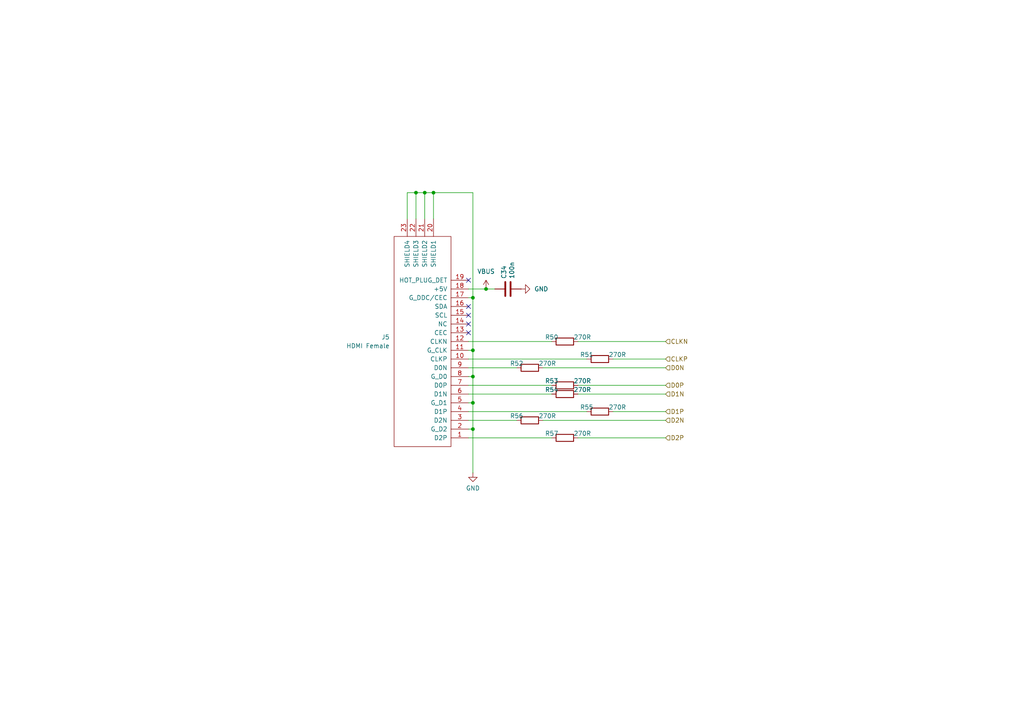
<source format=kicad_sch>
(kicad_sch (version 20250114) (generator "eeschema") (generator_version "9.0")
  (paper "A4")
  (title_block (title "${NAME}") (date "2025-05-10") (rev "${VERSION}") (company "Mikhail Matveev") (comment 1 "https://github.com/xtremespb/frank"))
  (lib_symbols
    (symbol "Device:C" (pin_numbers (hide yes)) (pin_names (offset 0.254))
      (property "Reference" "C" (at 0.635 2.54 0))
      (property "Value" "C" (at 0.635 -2.54 0))
      (symbol "C_0_1"
        (polyline (pts (xy -2.032 0.762) (xy 2.032 0.762)) (stroke (width 0.508)))
        (polyline (pts (xy -2.032 -0.762) (xy 2.032 -0.762)) (stroke (width 0.508)))
      )
      (symbol "C_1_1"
        (pin passive line (at 0 3.81 270) (length 2.794) (name "~") (number "1"))
        (pin passive line (at 0 -3.81 90) (length 2.794) (name "~") (number "2"))
      )
    )
    (symbol "Device:R" (pin_numbers (hide yes)) (pin_names (offset 0))
      (property "Reference" "R" (at 2.032 0 90))
      (property "Value" "R" (at 0 0 90))
      (symbol "R_0_1"
        (rectangle (start -1.016 -2.54) (end 1.016 2.54) (stroke (width 0.254)))
      )
      (symbol "R_1_1"
        (pin passive line (at 0 3.81 270) (length 1.27) (name "~") (number "1"))
        (pin passive line (at 0 -3.81 90) (length 1.27) (name "~") (number "2"))
      )
    )
    (symbol "FRANK:HDMI" (pin_names (offset 1.016))
      (property "Reference" "HDMI1" (at 12.7 -16.5101 0))
      (property "Value" "HDMI" (at 12.7 -13.9701 0))
      (symbol "HDMI_0_1"
        (rectangle (start -5.08 15.24) (end 11.43 -45.72))
      )
      (symbol "HDMI_1_1"
        (pin input line (at -10.16 12.7 0) (length 5.08) (name "D2P") (number "1"))
        (pin input line (at -10.16 10.16 0) (length 5.08) (name "G_D2") (number "2"))
        (pin input line (at -10.16 7.62 0) (length 5.08) (name "D2N") (number "3"))
        (pin input line (at -10.16 5.08 0) (length 5.08) (name "D1P") (number "4"))
        (pin input line (at -10.16 2.54 0) (length 5.08) (name "G_D1") (number "5"))
        (pin input line (at -10.16 0 0) (length 5.08) (name "D1N") (number "6"))
        (pin input line (at -10.16 -2.54 0) (length 5.08) (name "D0P") (number "7"))
        (pin input line (at -10.16 -5.08 0) (length 5.08) (name "G_D0") (number "8"))
        (pin input line (at -10.16 -7.62 0) (length 5.08) (name "D0N") (number "9"))
        (pin input line (at -10.16 -10.16 0) (length 5.08) (name "CLKP") (number "10"))
        (pin input line (at -10.16 -12.7 0) (length 5.08) (name "G_CLK") (number "11"))
        (pin input line (at -10.16 -15.24 0) (length 5.08) (name "CLKN") (number "12"))
        (pin input line (at -10.16 -17.78 0) (length 5.08) (name "CEC") (number "13"))
        (pin input line (at -10.16 -20.32 0) (length 5.08) (name "NC") (number "14"))
        (pin input line (at -10.16 -22.86 0) (length 5.08) (name "SCL") (number "15"))
        (pin input line (at -10.16 -25.4 0) (length 5.08) (name "SDA") (number "16"))
        (pin input line (at -10.16 -27.94 0) (length 5.08) (name "G_DDC/CEC") (number "17"))
        (pin input line (at -10.16 -30.48 0) (length 5.08) (name "+5V") (number "18"))
        (pin input line (at -10.16 -33.02 0) (length 5.08) (name "HOT_PLUG_DET") (number "19"))
        (pin input line (at 0 -50.8 90) (length 5.08) (name "SHIELD1") (number "20"))
        (pin input line (at 2.54 -50.8 90) (length 5.08) (name "SHIELD2") (number "21"))
        (pin input line (at 5.08 -50.8 90) (length 5.08) (name "SHIELD3") (number "22"))
        (pin input line (at 7.62 -50.8 90) (length 5.08) (name "SHIELD4") (number "23"))
      )
    )
    (symbol "GND_1" (power) (pin_numbers (hide yes)) (pin_names (offset 0) (hide yes))
      (property "Value" "GND" (at 0 -3.81 0))
      (symbol "GND_1_0_1"
        (polyline (pts (xy 0 0) (xy 0 -1.27) (xy 1.27 -1.27) (xy 0 -2.54) (xy -1.27 -1.27) (xy 0 -1.27)))
      )
      (symbol "GND_1_1_1"
        (pin power_in line (at 0 0 270) (length 0) (name "~") (number "1"))
      )
    )
    (symbol "power:GND" (power) (pin_numbers (hide yes)) (pin_names (offset 0) (hide yes))
      (property "Value" "GND" (at 0 -3.81 0))
      (symbol "GND_0_1"
        (polyline (pts (xy 0 0) (xy 0 -1.27) (xy 1.27 -1.27) (xy 0 -2.54) (xy -1.27 -1.27) (xy 0 -1.27)))
      )
      (symbol "GND_1_1"
        (pin power_in line (at 0 0 270) (length 0) (name "~") (number "1"))
      )
    )
    (symbol "power:VBUS" (power) (pin_numbers (hide yes)) (pin_names (offset 0) (hide yes))
      (property "Value" "VBUS" (at 0 3.556 0))
      (symbol "VBUS_0_1"
        (polyline (pts (xy -0.762 1.27) (xy 0 2.54)))
        (polyline (pts (xy 0 2.54) (xy 0.762 1.27)))
        (polyline (pts (xy 0 0) (xy 0 2.54)))
      )
      (symbol "VBUS_1_1"
        (pin power_in line (at 0 0 90) (length 0) (name "~") (number "1"))
      )
    )
  )
  (junction (at 140.97 83.82))
  (junction (at 137.16 116.84))
  (junction (at 120.65 55.88))
  (junction (at 137.16 86.36))
  (junction (at 137.16 101.6))
  (junction (at 137.16 124.46))
  (junction (at 125.73 55.88))
  (junction (at 137.16 109.22))
  (junction (at 123.19 55.88))
  (no_connect (at 135.89 96.52))
  (no_connect (at 135.89 91.44))
  (no_connect (at 135.89 93.98))
  (no_connect (at 135.89 81.28))
  (no_connect (at 135.89 88.9))
  (wire (pts (xy 135.89 101.6) (xy 137.16 101.6)))
  (wire (pts (xy 137.16 116.84) (xy 137.16 124.46)))
  (wire (pts (xy 135.89 111.76) (xy 160.02 111.76)))
  (wire (pts (xy 157.48 121.92) (xy 193.04 121.92)))
  (wire (pts (xy 135.89 127) (xy 160.02 127)))
  (wire (pts (xy 135.89 109.22) (xy 137.16 109.22)))
  (wire (pts (xy 137.16 55.88) (xy 125.73 55.88)))
  (wire (pts (xy 123.19 55.88) (xy 123.19 63.5)))
  (wire (pts (xy 157.48 106.68) (xy 193.04 106.68)))
  (wire (pts (xy 125.73 55.88) (xy 123.19 55.88)))
  (wire (pts (xy 177.8 119.38) (xy 193.04 119.38)))
  (wire (pts (xy 137.16 109.22) (xy 137.16 116.84)))
  (wire (pts (xy 137.16 101.6) (xy 137.16 109.22)))
  (wire (pts (xy 167.64 114.3) (xy 193.04 114.3)))
  (wire (pts (xy 120.65 55.88) (xy 120.65 63.5)))
  (wire (pts (xy 135.89 99.06) (xy 160.02 99.06)))
  (wire (pts (xy 135.89 83.82) (xy 140.97 83.82)))
  (wire (pts (xy 135.89 119.38) (xy 170.18 119.38)))
  (wire (pts (xy 135.89 124.46) (xy 137.16 124.46)))
  (wire (pts (xy 137.16 124.46) (xy 137.16 137.16)))
  (wire (pts (xy 167.64 99.06) (xy 193.04 99.06)))
  (wire (pts (xy 167.64 111.76) (xy 193.04 111.76)))
  (wire (pts (xy 137.16 101.6) (xy 137.16 86.36)))
  (wire (pts (xy 120.65 55.88) (xy 118.11 55.88)))
  (wire (pts (xy 135.89 116.84) (xy 137.16 116.84)))
  (wire (pts (xy 135.89 86.36) (xy 137.16 86.36)))
  (wire (pts (xy 135.89 104.14) (xy 170.18 104.14)))
  (wire (pts (xy 137.16 86.36) (xy 137.16 55.88)))
  (wire (pts (xy 140.97 83.82) (xy 143.51 83.82)))
  (wire (pts (xy 177.8 104.14) (xy 193.04 104.14)))
  (wire (pts (xy 135.89 121.92) (xy 149.86 121.92)))
  (wire (pts (xy 123.19 55.88) (xy 120.65 55.88)))
  (wire (pts (xy 135.89 114.3) (xy 160.02 114.3)))
  (wire (pts (xy 118.11 55.88) (xy 118.11 63.5)))
  (wire (pts (xy 125.73 55.88) (xy 125.73 63.5)))
  (wire (pts (xy 167.64 127) (xy 193.04 127)))
  (wire (pts (xy 135.89 106.68) (xy 149.86 106.68)))
  (hierarchical_label "D2P" (shape input) (at 193.04 127 0))
  (hierarchical_label "CLKP" (shape input) (at 193.04 104.14 0))
  (hierarchical_label "D2N" (shape input) (at 193.04 121.92 0))
  (hierarchical_label "CLKN" (shape input) (at 193.04 99.06 0))
  (hierarchical_label "D0P" (shape input) (at 193.04 111.76 0))
  (hierarchical_label "D1P" (shape input) (at 193.04 119.38 0))
  (hierarchical_label "D0N" (shape input) (at 193.04 106.68 0))
  (hierarchical_label "D1N" (shape input) (at 193.04 114.3 0))
  (symbol (lib_id "Device:R") (at 163.83 111.76 90) (unit 1)
    (property "Reference" "R53" (at 160.02 110.49 90))
    (property "Value" "270R" (at 168.91 110.49 90))
    (property "Footprint" "FRANK:Resistor (0805)" (effects (hide yes)))
    (property "Datasheet" "https://www.vishay.com/docs/28952/mcs0402at-mct0603at-mcu0805at-mca1206at.pdf" (effects (hide yes)))
    (property "AliExpress" "https://www.aliexpress.com/item/1005005945735199.html" (effects (hide yes)))
  )
  (symbol (lib_id "Device:R") (at 173.99 119.38 90) (unit 1)
    (property "Reference" "R55" (at 170.18 118.11 90))
    (property "Value" "270R" (at 179.07 118.11 90))
    (property "Footprint" "FRANK:Resistor (0805)" (effects (hide yes)))
    (property "Datasheet" "https://www.vishay.com/docs/28952/mcs0402at-mct0603at-mcu0805at-mca1206at.pdf" (effects (hide yes)))
    (property "AliExpress" "https://www.aliexpress.com/item/1005005945735199.html" (effects (hide yes)))
  )
  (symbol (lib_id "Device:R") (at 163.83 99.06 90) (unit 1)
    (property "Reference" "R50" (at 160.02 97.79 90))
    (property "Value" "270R" (at 168.91 97.79 90))
    (property "Footprint" "FRANK:Resistor (0805)" (effects (hide yes)))
    (property "Datasheet" "https://www.vishay.com/docs/28952/mcs0402at-mct0603at-mcu0805at-mca1206at.pdf" (effects (hide yes)))
    (property "AliExpress" "https://www.aliexpress.com/item/1005005945735199.html" (effects (hide yes)))
  )
  (symbol (lib_id "power:VBUS") (at 140.97 83.82 0) (unit 1)
    (property "Reference" "#PWR071" (effects (hide yes)))
    (property "Value" "VBUS" (at 140.97 78.74 0))
    (property "Description" "Power symbol creates a global label with name \"VBUS\"" (effects (hide yes)))
  )
  (symbol (lib_id "Device:R") (at 163.83 114.3 90) (unit 1)
    (property "Reference" "R54" (at 160.02 113.03 90))
    (property "Value" "270R" (at 168.91 113.03 90))
    (property "Footprint" "FRANK:Resistor (0805)" (effects (hide yes)))
    (property "Datasheet" "https://www.vishay.com/docs/28952/mcs0402at-mct0603at-mcu0805at-mca1206at.pdf" (effects (hide yes)))
    (property "AliExpress" "https://www.aliexpress.com/item/1005005945735199.html" (effects (hide yes)))
  )
  (symbol (lib_id "Device:C") (at 147.32 83.82 90) (unit 1)
    (property "Reference" "C34" (at 146.1516 80.899 0) (effects (justify left)))
    (property "Value" "100n" (at 148.463 80.899 0) (effects (justify left)))
    (property "Footprint" "FRANK:Capacitor (0805)" (effects (hide yes)))
    (property "Datasheet" "https://eu.mouser.com/datasheet/2/40/KGM_X7R-3223212.pdf" (effects (hide yes)))
    (property "AliExpress" "https://www.aliexpress.com/item/33008008276.html" (effects (hide yes)))
  )
  (symbol (lib_id "Device:R") (at 153.67 106.68 90) (unit 1)
    (property "Reference" "R52" (at 149.86 105.41 90))
    (property "Value" "270R" (at 158.75 105.41 90))
    (property "Footprint" "FRANK:Resistor (0805)" (effects (hide yes)))
    (property "Datasheet" "https://www.vishay.com/docs/28952/mcs0402at-mct0603at-mcu0805at-mca1206at.pdf" (effects (hide yes)))
    (property "AliExpress" "https://www.aliexpress.com/item/1005005945735199.html" (effects (hide yes)))
  )
  (symbol (lib_id "power:GND") (at 137.16 137.16 0) (unit 1)
    (property "Reference" "#PWR073" (effects (hide yes)))
    (property "Value" "GND" (at 137.16 141.6034 0))
    (property "Description" "Power symbol creates a global label with name \"GND\" , ground" (effects (hide yes)))
  )
  (symbol (lib_name "GND_1") (lib_id "power:GND") (at 151.13 83.82 90) (unit 1)
    (property "Reference" "#PWR072" (effects (hide yes)))
    (property "Value" "GND" (at 154.94 83.8199 90) (effects (justify right)))
    (property "Description" "Power symbol creates a global label with name \"GND\" , ground" (effects (hide yes)))
  )
  (symbol (lib_id "Device:R") (at 173.99 104.14 90) (unit 1)
    (property "Reference" "R51" (at 170.18 102.87 90))
    (property "Value" "270R" (at 179.07 102.87 90))
    (property "Footprint" "FRANK:Resistor (0805)" (effects (hide yes)))
    (property "Datasheet" "https://www.vishay.com/docs/28952/mcs0402at-mct0603at-mcu0805at-mca1206at.pdf" (effects (hide yes)))
    (property "AliExpress" "https://www.aliexpress.com/item/1005005945735199.html" (effects (hide yes)))
  )
  (symbol (lib_id "FRANK:HDMI") (at 125.73 114.3 180) (unit 1)
    (property "Reference" "J5" (at 113.03 97.7899 0) (effects (justify left)))
    (property "Value" "HDMI Female" (at 113.03 100.3299 0) (effects (justify left)))
    (property "Footprint" "FRANK:HDMI (female)" (effects (hide yes)))
    (property "Datasheet" "https://eu.mouser.com/datasheet/2/418/8/ENG_CD_1747981_G-2018509.pdf" (effects (hide yes)))
    (property "AliExpress" "https://www.aliexpress.com/item/1005005248842433.html" (effects (hide yes)))
  )
  (symbol (lib_id "Device:R") (at 163.83 127 90) (unit 1)
    (property "Reference" "R57" (at 160.02 125.73 90))
    (property "Value" "270R" (at 168.91 125.73 90))
    (property "Footprint" "FRANK:Resistor (0805)" (effects (hide yes)))
    (property "Datasheet" "https://www.vishay.com/docs/28952/mcs0402at-mct0603at-mcu0805at-mca1206at.pdf" (effects (hide yes)))
    (property "AliExpress" "https://www.aliexpress.com/item/1005005945735199.html" (effects (hide yes)))
  )
  (symbol (lib_id "Device:R") (at 153.67 121.92 90) (unit 1)
    (property "Reference" "R56" (at 149.86 120.65 90))
    (property "Value" "270R" (at 158.75 120.65 90))
    (property "Footprint" "FRANK:Resistor (0805)" (effects (hide yes)))
    (property "Datasheet" "https://www.vishay.com/docs/28952/mcs0402at-mct0603at-mcu0805at-mca1206at.pdf" (effects (hide yes)))
    (property "AliExpress" "https://www.aliexpress.com/item/1005005945735199.html" (effects (hide yes)))
  )
)
</source>
